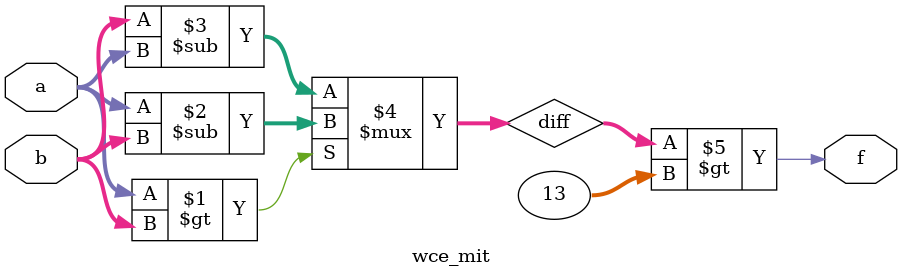
<source format=v>
module wce_mit(a, b, f);
parameter _bit = 8;
parameter wce = 13;
input [_bit - 1: 0] a;
input [_bit - 1: 0] b;
output f;
wire [_bit - 1: 0] diff;
assign diff = (a > b)? (a - b): (b - a);
assign f = (diff > wce);
endmodule

</source>
